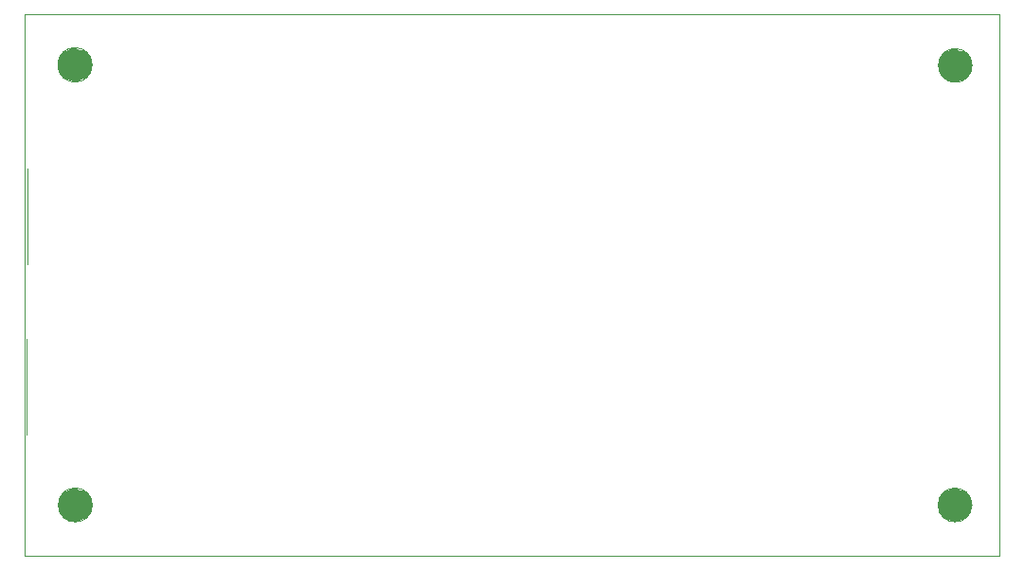
<source format=gbr>
%TF.GenerationSoftware,KiCad,Pcbnew,7.0.6*%
%TF.CreationDate,2023-09-03T13:44:34+00:00*%
%TF.ProjectId,SI4735,53493437-3335-42e6-9b69-6361645f7063,rev?*%
%TF.SameCoordinates,Original*%
%TF.FileFunction,Profile,NP*%
%FSLAX45Y45*%
G04 Gerber Fmt 4.5, Leading zero omitted, Abs format (unit mm)*
G04 Created by KiCad (PCBNEW 7.0.6) date 2023-09-03 13:44:34*
%MOMM*%
%LPD*%
G01*
G04 APERTURE LIST*
%TA.AperFunction,Profile*%
%ADD10C,0.050000*%
%TD*%
%TA.AperFunction,Profile*%
%ADD11C,1.535132*%
%TD*%
%TA.AperFunction,Profile*%
%ADD12C,1.516643*%
%TD*%
%TA.AperFunction,Profile*%
%ADD13C,0.100000*%
%TD*%
G04 APERTURE END LIST*
D10*
X13100268Y-7953000D02*
G75*
G03*
X13100268Y-7953000I-153912J0D01*
G01*
D11*
X13023113Y-7953000D02*
G75*
G03*
X13023113Y-7953000I-76757J0D01*
G01*
D10*
X20965013Y-7959000D02*
G75*
G03*
X20965013Y-7959000I-151013J0D01*
G01*
D12*
X20889832Y-7959000D02*
G75*
G03*
X20889832Y-7959000I-75832J0D01*
G01*
D11*
X13025757Y-11889000D02*
G75*
G03*
X13025757Y-11889000I-76757J0D01*
G01*
D10*
X20962513Y-11889000D02*
G75*
G03*
X20962513Y-11889000I-151013J0D01*
G01*
X13101069Y-11889000D02*
G75*
G03*
X13101069Y-11889000I-152069J0D01*
G01*
D11*
X20891757Y-11887000D02*
G75*
G03*
X20891757Y-11887000I-76757J0D01*
G01*
D10*
X12496500Y-7499000D02*
X21209000Y-7499000D01*
X21209000Y-12346500D01*
X12496500Y-12346500D01*
X12496500Y-7499000D01*
D13*
%TO.C,J3*%
X12517998Y-8878002D02*
X12517998Y-9738002D01*
%TO.C,J5*%
X12515500Y-10400500D02*
X12515500Y-11260500D01*
%TD*%
M02*

</source>
